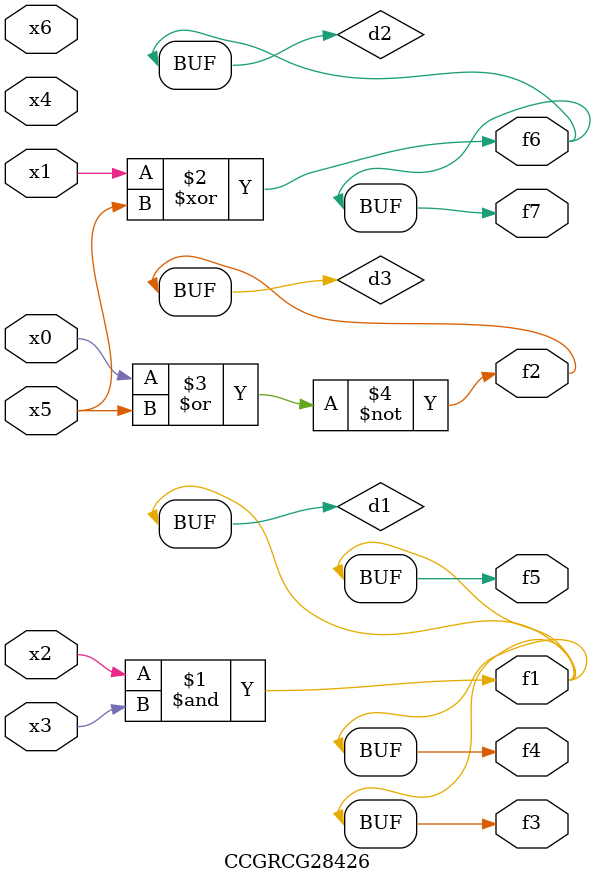
<source format=v>
module CCGRCG28426(
	input x0, x1, x2, x3, x4, x5, x6,
	output f1, f2, f3, f4, f5, f6, f7
);

	wire d1, d2, d3;

	and (d1, x2, x3);
	xor (d2, x1, x5);
	nor (d3, x0, x5);
	assign f1 = d1;
	assign f2 = d3;
	assign f3 = d1;
	assign f4 = d1;
	assign f5 = d1;
	assign f6 = d2;
	assign f7 = d2;
endmodule

</source>
